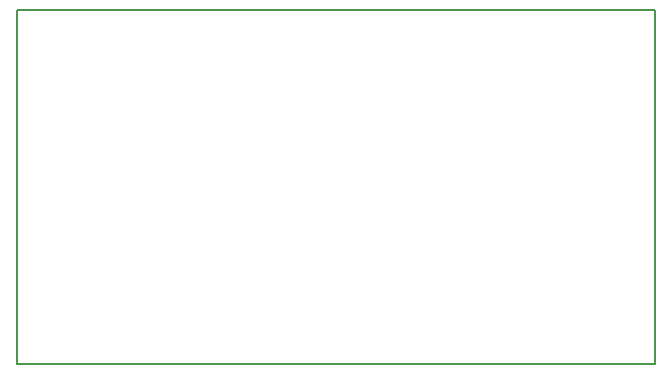
<source format=gbr>
G04 PROTEUS RS274X GERBER FILE*
%FSLAX45Y45*%
%MOMM*%
G01*
%ADD20C,0.203200*%
%TD.AperFunction*%
D20*
X-11190000Y+8810000D02*
X-5790000Y+8810000D01*
X-5790000Y+11810000D01*
X-11190000Y+11810000D01*
X-11190000Y+8810000D01*
M02*

</source>
